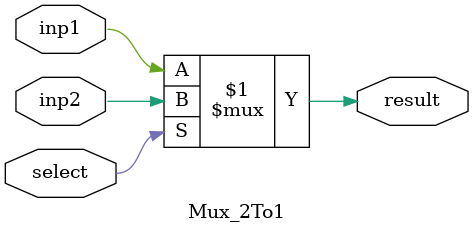
<source format=sv>
`timescale 1ns / 1ps


module Mux_2To1(input logic inp1,inp2,select,
               output logic result);
               
               assign result = select ? inp2 : inp1;
               
endmodule

</source>
